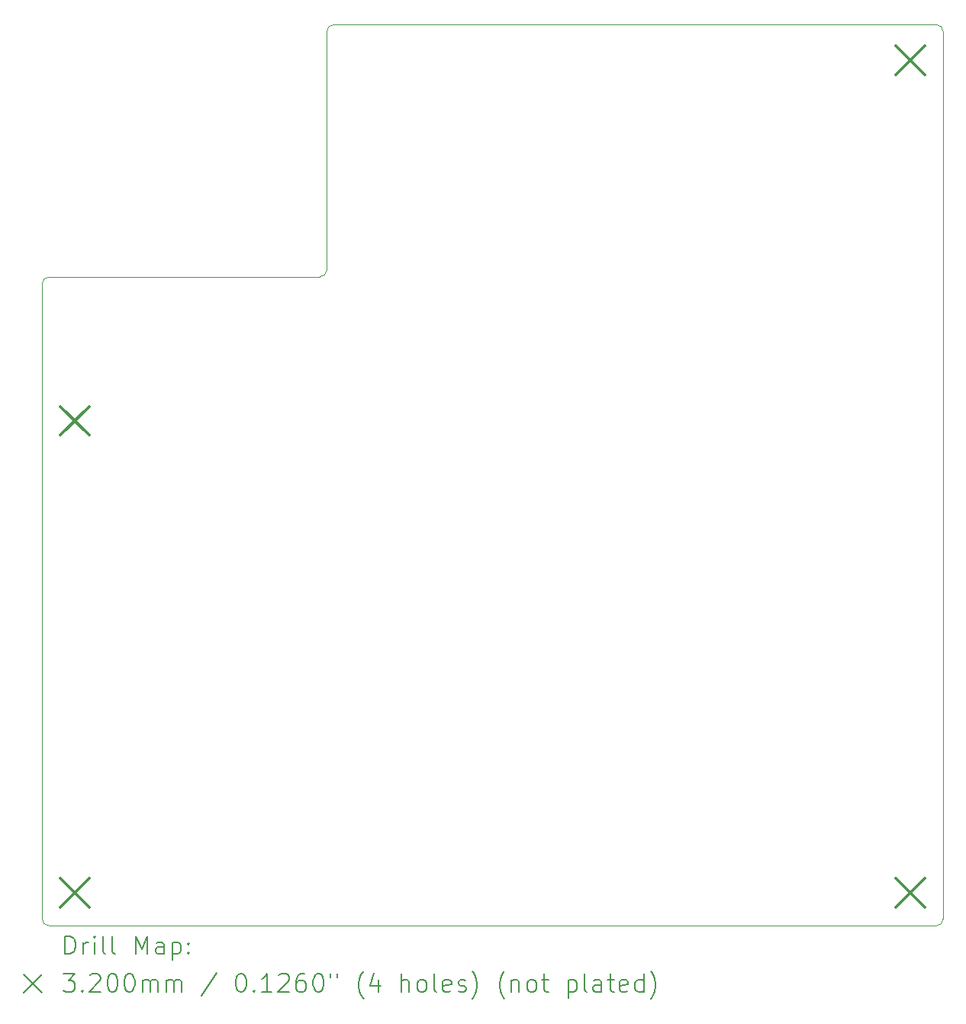
<source format=gbr>
%TF.GenerationSoftware,KiCad,Pcbnew,6.0.9-8da3e8f707~117~ubuntu20.04.1*%
%TF.CreationDate,2022-12-26T13:00:23+01:00*%
%TF.ProjectId,addon-edge-rpi-i2s-pmod,6164646f-6e2d-4656-9467-652d7270692d,1.10*%
%TF.SameCoordinates,Original*%
%TF.FileFunction,Drillmap*%
%TF.FilePolarity,Positive*%
%FSLAX45Y45*%
G04 Gerber Fmt 4.5, Leading zero omitted, Abs format (unit mm)*
G04 Created by KiCad (PCBNEW 6.0.9-8da3e8f707~117~ubuntu20.04.1) date 2022-12-26 13:00:23*
%MOMM*%
%LPD*%
G01*
G04 APERTURE LIST*
%ADD10C,0.050000*%
%ADD11C,0.200000*%
%ADD12C,0.320000*%
G04 APERTURE END LIST*
D10*
X20872500Y-4571170D02*
X20872500Y-14417675D01*
X14109700Y-4494970D02*
G75*
G03*
X14033500Y-4571170I0J-76200D01*
G01*
X10874995Y-14417675D02*
G75*
G03*
X10951200Y-14493875I76205J5D01*
G01*
X13957300Y-7293870D02*
G75*
G03*
X14033500Y-7217670I0J76200D01*
G01*
X14109700Y-4494970D02*
X20796300Y-4494970D01*
X20796300Y-14493870D02*
G75*
G03*
X20872500Y-14417675I0J76200D01*
G01*
X10951200Y-14493875D02*
X20796300Y-14493875D01*
X14033500Y-7217670D02*
X14033500Y-4571170D01*
X20872500Y-4571170D02*
G75*
G03*
X20796300Y-4494970I-76200J0D01*
G01*
X10951200Y-7293870D02*
G75*
G03*
X10875000Y-7370070I0J-76200D01*
G01*
X10875000Y-14417675D02*
X10875000Y-7370070D01*
X10951200Y-7293870D02*
X13957300Y-7293870D01*
D11*
D12*
X11080000Y-8730000D02*
X11400000Y-9050000D01*
X11400000Y-8730000D02*
X11080000Y-9050000D01*
X11080000Y-13970000D02*
X11400000Y-14290000D01*
X11400000Y-13970000D02*
X11080000Y-14290000D01*
X20350000Y-13970000D02*
X20670000Y-14290000D01*
X20670000Y-13970000D02*
X20350000Y-14290000D01*
X20350500Y-4729500D02*
X20670500Y-5049500D01*
X20670500Y-4729500D02*
X20350500Y-5049500D01*
D11*
X11130119Y-14806851D02*
X11130119Y-14606851D01*
X11177738Y-14606851D01*
X11206309Y-14616375D01*
X11225357Y-14635423D01*
X11234881Y-14654470D01*
X11244405Y-14692565D01*
X11244405Y-14721137D01*
X11234881Y-14759232D01*
X11225357Y-14778280D01*
X11206309Y-14797327D01*
X11177738Y-14806851D01*
X11130119Y-14806851D01*
X11330119Y-14806851D02*
X11330119Y-14673518D01*
X11330119Y-14711613D02*
X11339643Y-14692565D01*
X11349167Y-14683042D01*
X11368214Y-14673518D01*
X11387262Y-14673518D01*
X11453928Y-14806851D02*
X11453928Y-14673518D01*
X11453928Y-14606851D02*
X11444405Y-14616375D01*
X11453928Y-14625899D01*
X11463452Y-14616375D01*
X11453928Y-14606851D01*
X11453928Y-14625899D01*
X11577738Y-14806851D02*
X11558690Y-14797327D01*
X11549167Y-14778280D01*
X11549167Y-14606851D01*
X11682500Y-14806851D02*
X11663452Y-14797327D01*
X11653928Y-14778280D01*
X11653928Y-14606851D01*
X11911071Y-14806851D02*
X11911071Y-14606851D01*
X11977738Y-14749708D01*
X12044405Y-14606851D01*
X12044405Y-14806851D01*
X12225357Y-14806851D02*
X12225357Y-14702089D01*
X12215833Y-14683042D01*
X12196786Y-14673518D01*
X12158690Y-14673518D01*
X12139643Y-14683042D01*
X12225357Y-14797327D02*
X12206309Y-14806851D01*
X12158690Y-14806851D01*
X12139643Y-14797327D01*
X12130119Y-14778280D01*
X12130119Y-14759232D01*
X12139643Y-14740184D01*
X12158690Y-14730661D01*
X12206309Y-14730661D01*
X12225357Y-14721137D01*
X12320595Y-14673518D02*
X12320595Y-14873518D01*
X12320595Y-14683042D02*
X12339643Y-14673518D01*
X12377738Y-14673518D01*
X12396786Y-14683042D01*
X12406309Y-14692565D01*
X12415833Y-14711613D01*
X12415833Y-14768756D01*
X12406309Y-14787803D01*
X12396786Y-14797327D01*
X12377738Y-14806851D01*
X12339643Y-14806851D01*
X12320595Y-14797327D01*
X12501548Y-14787803D02*
X12511071Y-14797327D01*
X12501548Y-14806851D01*
X12492024Y-14797327D01*
X12501548Y-14787803D01*
X12501548Y-14806851D01*
X12501548Y-14683042D02*
X12511071Y-14692565D01*
X12501548Y-14702089D01*
X12492024Y-14692565D01*
X12501548Y-14683042D01*
X12501548Y-14702089D01*
X10672500Y-15036375D02*
X10872500Y-15236375D01*
X10872500Y-15036375D02*
X10672500Y-15236375D01*
X11111071Y-15026851D02*
X11234881Y-15026851D01*
X11168214Y-15103042D01*
X11196786Y-15103042D01*
X11215833Y-15112565D01*
X11225357Y-15122089D01*
X11234881Y-15141137D01*
X11234881Y-15188756D01*
X11225357Y-15207803D01*
X11215833Y-15217327D01*
X11196786Y-15226851D01*
X11139643Y-15226851D01*
X11120595Y-15217327D01*
X11111071Y-15207803D01*
X11320595Y-15207803D02*
X11330119Y-15217327D01*
X11320595Y-15226851D01*
X11311071Y-15217327D01*
X11320595Y-15207803D01*
X11320595Y-15226851D01*
X11406309Y-15045899D02*
X11415833Y-15036375D01*
X11434881Y-15026851D01*
X11482500Y-15026851D01*
X11501548Y-15036375D01*
X11511071Y-15045899D01*
X11520595Y-15064946D01*
X11520595Y-15083994D01*
X11511071Y-15112565D01*
X11396786Y-15226851D01*
X11520595Y-15226851D01*
X11644405Y-15026851D02*
X11663452Y-15026851D01*
X11682500Y-15036375D01*
X11692024Y-15045899D01*
X11701548Y-15064946D01*
X11711071Y-15103042D01*
X11711071Y-15150661D01*
X11701548Y-15188756D01*
X11692024Y-15207803D01*
X11682500Y-15217327D01*
X11663452Y-15226851D01*
X11644405Y-15226851D01*
X11625357Y-15217327D01*
X11615833Y-15207803D01*
X11606309Y-15188756D01*
X11596786Y-15150661D01*
X11596786Y-15103042D01*
X11606309Y-15064946D01*
X11615833Y-15045899D01*
X11625357Y-15036375D01*
X11644405Y-15026851D01*
X11834881Y-15026851D02*
X11853928Y-15026851D01*
X11872976Y-15036375D01*
X11882500Y-15045899D01*
X11892024Y-15064946D01*
X11901548Y-15103042D01*
X11901548Y-15150661D01*
X11892024Y-15188756D01*
X11882500Y-15207803D01*
X11872976Y-15217327D01*
X11853928Y-15226851D01*
X11834881Y-15226851D01*
X11815833Y-15217327D01*
X11806309Y-15207803D01*
X11796786Y-15188756D01*
X11787262Y-15150661D01*
X11787262Y-15103042D01*
X11796786Y-15064946D01*
X11806309Y-15045899D01*
X11815833Y-15036375D01*
X11834881Y-15026851D01*
X11987262Y-15226851D02*
X11987262Y-15093518D01*
X11987262Y-15112565D02*
X11996786Y-15103042D01*
X12015833Y-15093518D01*
X12044405Y-15093518D01*
X12063452Y-15103042D01*
X12072976Y-15122089D01*
X12072976Y-15226851D01*
X12072976Y-15122089D02*
X12082500Y-15103042D01*
X12101548Y-15093518D01*
X12130119Y-15093518D01*
X12149167Y-15103042D01*
X12158690Y-15122089D01*
X12158690Y-15226851D01*
X12253928Y-15226851D02*
X12253928Y-15093518D01*
X12253928Y-15112565D02*
X12263452Y-15103042D01*
X12282500Y-15093518D01*
X12311071Y-15093518D01*
X12330119Y-15103042D01*
X12339643Y-15122089D01*
X12339643Y-15226851D01*
X12339643Y-15122089D02*
X12349167Y-15103042D01*
X12368214Y-15093518D01*
X12396786Y-15093518D01*
X12415833Y-15103042D01*
X12425357Y-15122089D01*
X12425357Y-15226851D01*
X12815833Y-15017327D02*
X12644405Y-15274470D01*
X13072976Y-15026851D02*
X13092024Y-15026851D01*
X13111071Y-15036375D01*
X13120595Y-15045899D01*
X13130119Y-15064946D01*
X13139643Y-15103042D01*
X13139643Y-15150661D01*
X13130119Y-15188756D01*
X13120595Y-15207803D01*
X13111071Y-15217327D01*
X13092024Y-15226851D01*
X13072976Y-15226851D01*
X13053928Y-15217327D01*
X13044405Y-15207803D01*
X13034881Y-15188756D01*
X13025357Y-15150661D01*
X13025357Y-15103042D01*
X13034881Y-15064946D01*
X13044405Y-15045899D01*
X13053928Y-15036375D01*
X13072976Y-15026851D01*
X13225357Y-15207803D02*
X13234881Y-15217327D01*
X13225357Y-15226851D01*
X13215833Y-15217327D01*
X13225357Y-15207803D01*
X13225357Y-15226851D01*
X13425357Y-15226851D02*
X13311071Y-15226851D01*
X13368214Y-15226851D02*
X13368214Y-15026851D01*
X13349167Y-15055423D01*
X13330119Y-15074470D01*
X13311071Y-15083994D01*
X13501548Y-15045899D02*
X13511071Y-15036375D01*
X13530119Y-15026851D01*
X13577738Y-15026851D01*
X13596786Y-15036375D01*
X13606309Y-15045899D01*
X13615833Y-15064946D01*
X13615833Y-15083994D01*
X13606309Y-15112565D01*
X13492024Y-15226851D01*
X13615833Y-15226851D01*
X13787262Y-15026851D02*
X13749167Y-15026851D01*
X13730119Y-15036375D01*
X13720595Y-15045899D01*
X13701548Y-15074470D01*
X13692024Y-15112565D01*
X13692024Y-15188756D01*
X13701548Y-15207803D01*
X13711071Y-15217327D01*
X13730119Y-15226851D01*
X13768214Y-15226851D01*
X13787262Y-15217327D01*
X13796786Y-15207803D01*
X13806309Y-15188756D01*
X13806309Y-15141137D01*
X13796786Y-15122089D01*
X13787262Y-15112565D01*
X13768214Y-15103042D01*
X13730119Y-15103042D01*
X13711071Y-15112565D01*
X13701548Y-15122089D01*
X13692024Y-15141137D01*
X13930119Y-15026851D02*
X13949167Y-15026851D01*
X13968214Y-15036375D01*
X13977738Y-15045899D01*
X13987262Y-15064946D01*
X13996786Y-15103042D01*
X13996786Y-15150661D01*
X13987262Y-15188756D01*
X13977738Y-15207803D01*
X13968214Y-15217327D01*
X13949167Y-15226851D01*
X13930119Y-15226851D01*
X13911071Y-15217327D01*
X13901548Y-15207803D01*
X13892024Y-15188756D01*
X13882500Y-15150661D01*
X13882500Y-15103042D01*
X13892024Y-15064946D01*
X13901548Y-15045899D01*
X13911071Y-15036375D01*
X13930119Y-15026851D01*
X14072976Y-15026851D02*
X14072976Y-15064946D01*
X14149167Y-15026851D02*
X14149167Y-15064946D01*
X14444405Y-15303042D02*
X14434881Y-15293518D01*
X14415833Y-15264946D01*
X14406309Y-15245899D01*
X14396786Y-15217327D01*
X14387262Y-15169708D01*
X14387262Y-15131613D01*
X14396786Y-15083994D01*
X14406309Y-15055423D01*
X14415833Y-15036375D01*
X14434881Y-15007803D01*
X14444405Y-14998280D01*
X14606309Y-15093518D02*
X14606309Y-15226851D01*
X14558690Y-15017327D02*
X14511071Y-15160184D01*
X14634881Y-15160184D01*
X14863452Y-15226851D02*
X14863452Y-15026851D01*
X14949167Y-15226851D02*
X14949167Y-15122089D01*
X14939643Y-15103042D01*
X14920595Y-15093518D01*
X14892024Y-15093518D01*
X14872976Y-15103042D01*
X14863452Y-15112565D01*
X15072976Y-15226851D02*
X15053928Y-15217327D01*
X15044405Y-15207803D01*
X15034881Y-15188756D01*
X15034881Y-15131613D01*
X15044405Y-15112565D01*
X15053928Y-15103042D01*
X15072976Y-15093518D01*
X15101548Y-15093518D01*
X15120595Y-15103042D01*
X15130119Y-15112565D01*
X15139643Y-15131613D01*
X15139643Y-15188756D01*
X15130119Y-15207803D01*
X15120595Y-15217327D01*
X15101548Y-15226851D01*
X15072976Y-15226851D01*
X15253928Y-15226851D02*
X15234881Y-15217327D01*
X15225357Y-15198280D01*
X15225357Y-15026851D01*
X15406309Y-15217327D02*
X15387262Y-15226851D01*
X15349167Y-15226851D01*
X15330119Y-15217327D01*
X15320595Y-15198280D01*
X15320595Y-15122089D01*
X15330119Y-15103042D01*
X15349167Y-15093518D01*
X15387262Y-15093518D01*
X15406309Y-15103042D01*
X15415833Y-15122089D01*
X15415833Y-15141137D01*
X15320595Y-15160184D01*
X15492024Y-15217327D02*
X15511071Y-15226851D01*
X15549167Y-15226851D01*
X15568214Y-15217327D01*
X15577738Y-15198280D01*
X15577738Y-15188756D01*
X15568214Y-15169708D01*
X15549167Y-15160184D01*
X15520595Y-15160184D01*
X15501548Y-15150661D01*
X15492024Y-15131613D01*
X15492024Y-15122089D01*
X15501548Y-15103042D01*
X15520595Y-15093518D01*
X15549167Y-15093518D01*
X15568214Y-15103042D01*
X15644405Y-15303042D02*
X15653928Y-15293518D01*
X15672976Y-15264946D01*
X15682500Y-15245899D01*
X15692024Y-15217327D01*
X15701548Y-15169708D01*
X15701548Y-15131613D01*
X15692024Y-15083994D01*
X15682500Y-15055423D01*
X15672976Y-15036375D01*
X15653928Y-15007803D01*
X15644405Y-14998280D01*
X16006309Y-15303042D02*
X15996786Y-15293518D01*
X15977738Y-15264946D01*
X15968214Y-15245899D01*
X15958690Y-15217327D01*
X15949167Y-15169708D01*
X15949167Y-15131613D01*
X15958690Y-15083994D01*
X15968214Y-15055423D01*
X15977738Y-15036375D01*
X15996786Y-15007803D01*
X16006309Y-14998280D01*
X16082500Y-15093518D02*
X16082500Y-15226851D01*
X16082500Y-15112565D02*
X16092024Y-15103042D01*
X16111071Y-15093518D01*
X16139643Y-15093518D01*
X16158690Y-15103042D01*
X16168214Y-15122089D01*
X16168214Y-15226851D01*
X16292024Y-15226851D02*
X16272976Y-15217327D01*
X16263452Y-15207803D01*
X16253928Y-15188756D01*
X16253928Y-15131613D01*
X16263452Y-15112565D01*
X16272976Y-15103042D01*
X16292024Y-15093518D01*
X16320595Y-15093518D01*
X16339643Y-15103042D01*
X16349167Y-15112565D01*
X16358690Y-15131613D01*
X16358690Y-15188756D01*
X16349167Y-15207803D01*
X16339643Y-15217327D01*
X16320595Y-15226851D01*
X16292024Y-15226851D01*
X16415833Y-15093518D02*
X16492024Y-15093518D01*
X16444405Y-15026851D02*
X16444405Y-15198280D01*
X16453928Y-15217327D01*
X16472976Y-15226851D01*
X16492024Y-15226851D01*
X16711071Y-15093518D02*
X16711071Y-15293518D01*
X16711071Y-15103042D02*
X16730119Y-15093518D01*
X16768214Y-15093518D01*
X16787262Y-15103042D01*
X16796786Y-15112565D01*
X16806310Y-15131613D01*
X16806310Y-15188756D01*
X16796786Y-15207803D01*
X16787262Y-15217327D01*
X16768214Y-15226851D01*
X16730119Y-15226851D01*
X16711071Y-15217327D01*
X16920595Y-15226851D02*
X16901548Y-15217327D01*
X16892024Y-15198280D01*
X16892024Y-15026851D01*
X17082500Y-15226851D02*
X17082500Y-15122089D01*
X17072976Y-15103042D01*
X17053929Y-15093518D01*
X17015833Y-15093518D01*
X16996786Y-15103042D01*
X17082500Y-15217327D02*
X17063452Y-15226851D01*
X17015833Y-15226851D01*
X16996786Y-15217327D01*
X16987262Y-15198280D01*
X16987262Y-15179232D01*
X16996786Y-15160184D01*
X17015833Y-15150661D01*
X17063452Y-15150661D01*
X17082500Y-15141137D01*
X17149167Y-15093518D02*
X17225357Y-15093518D01*
X17177738Y-15026851D02*
X17177738Y-15198280D01*
X17187262Y-15217327D01*
X17206310Y-15226851D01*
X17225357Y-15226851D01*
X17368214Y-15217327D02*
X17349167Y-15226851D01*
X17311071Y-15226851D01*
X17292024Y-15217327D01*
X17282500Y-15198280D01*
X17282500Y-15122089D01*
X17292024Y-15103042D01*
X17311071Y-15093518D01*
X17349167Y-15093518D01*
X17368214Y-15103042D01*
X17377738Y-15122089D01*
X17377738Y-15141137D01*
X17282500Y-15160184D01*
X17549167Y-15226851D02*
X17549167Y-15026851D01*
X17549167Y-15217327D02*
X17530119Y-15226851D01*
X17492024Y-15226851D01*
X17472976Y-15217327D01*
X17463452Y-15207803D01*
X17453929Y-15188756D01*
X17453929Y-15131613D01*
X17463452Y-15112565D01*
X17472976Y-15103042D01*
X17492024Y-15093518D01*
X17530119Y-15093518D01*
X17549167Y-15103042D01*
X17625357Y-15303042D02*
X17634881Y-15293518D01*
X17653929Y-15264946D01*
X17663452Y-15245899D01*
X17672976Y-15217327D01*
X17682500Y-15169708D01*
X17682500Y-15131613D01*
X17672976Y-15083994D01*
X17663452Y-15055423D01*
X17653929Y-15036375D01*
X17634881Y-15007803D01*
X17625357Y-14998280D01*
M02*

</source>
